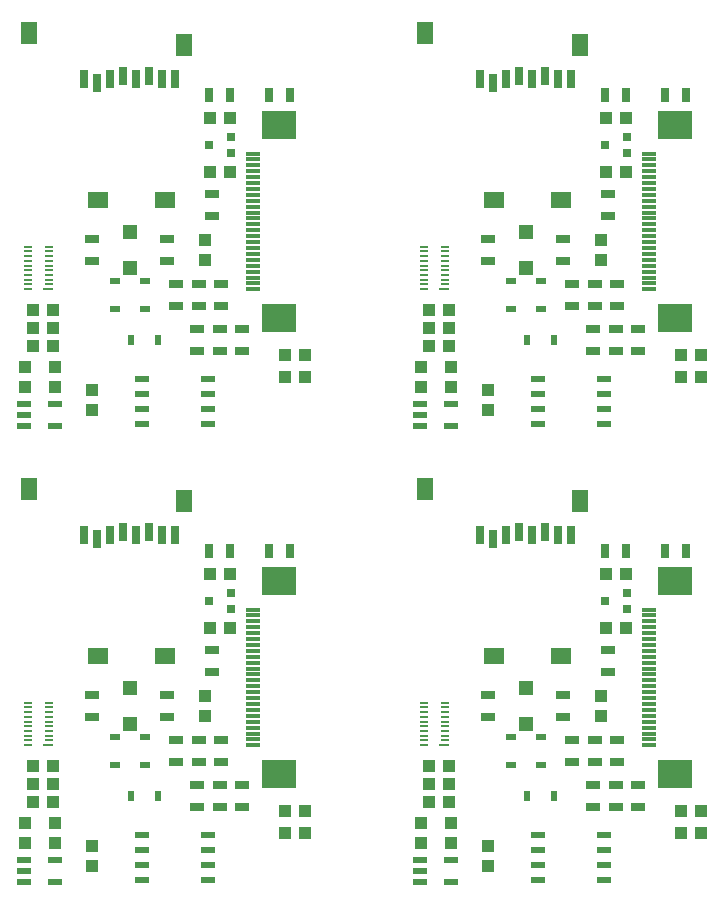
<source format=gtp>
G75*
%MOIN*%
%OFA0B0*%
%FSLAX25Y25*%
%IPPOS*%
%LPD*%
%AMOC8*
5,1,8,0,0,1.08239X$1,22.5*
%
%ADD10R,0.04331X0.03937*%
%ADD11R,0.04724X0.03150*%
%ADD12R,0.03937X0.04331*%
%ADD13R,0.03150X0.04724*%
%ADD14R,0.03268X0.02480*%
%ADD15R,0.02480X0.03268*%
%ADD16R,0.05118X0.05118*%
%ADD17R,0.02756X0.02756*%
%ADD18R,0.04921X0.01181*%
%ADD19R,0.11811X0.09449*%
%ADD20R,0.04724X0.02165*%
%ADD21R,0.07087X0.05512*%
%ADD22R,0.05512X0.07480*%
%ADD23R,0.03150X0.05906*%
%ADD24R,0.04724X0.02362*%
%ADD25R,0.03150X0.00787*%
%ADD26R,0.03543X0.00787*%
D10*
X0065995Y0061750D03*
X0065995Y0067750D03*
X0065995Y0073750D03*
X0072688Y0073750D03*
X0072688Y0067750D03*
X0072688Y0061750D03*
X0124995Y0119750D03*
X0131688Y0119750D03*
X0131688Y0137750D03*
X0124995Y0137750D03*
X0149995Y0203250D03*
X0156688Y0203250D03*
X0156688Y0210750D03*
X0149995Y0210750D03*
X0197995Y0213750D03*
X0197995Y0219750D03*
X0197995Y0225750D03*
X0204688Y0225750D03*
X0204688Y0219750D03*
X0204688Y0213750D03*
X0256995Y0271750D03*
X0263688Y0271750D03*
X0263688Y0289750D03*
X0256995Y0289750D03*
X0281995Y0210750D03*
X0288688Y0210750D03*
X0288688Y0203250D03*
X0281995Y0203250D03*
X0263688Y0137750D03*
X0256995Y0137750D03*
X0256995Y0119750D03*
X0263688Y0119750D03*
X0281995Y0058750D03*
X0288688Y0058750D03*
X0288688Y0051250D03*
X0281995Y0051250D03*
X0204688Y0061750D03*
X0204688Y0067750D03*
X0204688Y0073750D03*
X0197995Y0073750D03*
X0197995Y0067750D03*
X0197995Y0061750D03*
X0156688Y0058750D03*
X0149995Y0058750D03*
X0149995Y0051250D03*
X0156688Y0051250D03*
X0072688Y0213750D03*
X0072688Y0219750D03*
X0072688Y0225750D03*
X0065995Y0225750D03*
X0065995Y0219750D03*
X0065995Y0213750D03*
X0124995Y0271750D03*
X0131688Y0271750D03*
X0131688Y0289750D03*
X0124995Y0289750D03*
D11*
X0125842Y0264293D03*
X0125842Y0257207D03*
X0110842Y0249293D03*
X0110842Y0242207D03*
X0113842Y0234293D03*
X0113842Y0227207D03*
X0121342Y0227207D03*
X0121342Y0234293D03*
X0128842Y0234293D03*
X0128842Y0227207D03*
X0128342Y0219293D03*
X0128342Y0212207D03*
X0135842Y0212207D03*
X0135842Y0219293D03*
X0120842Y0219293D03*
X0120842Y0212207D03*
X0085842Y0242207D03*
X0085842Y0249293D03*
X0217842Y0249293D03*
X0217842Y0242207D03*
X0242842Y0242207D03*
X0242842Y0249293D03*
X0245842Y0234293D03*
X0245842Y0227207D03*
X0253342Y0227207D03*
X0253342Y0234293D03*
X0260842Y0234293D03*
X0260842Y0227207D03*
X0260342Y0219293D03*
X0260342Y0212207D03*
X0267842Y0212207D03*
X0267842Y0219293D03*
X0252842Y0219293D03*
X0252842Y0212207D03*
X0257842Y0257207D03*
X0257842Y0264293D03*
X0257842Y0112293D03*
X0257842Y0105207D03*
X0242842Y0097293D03*
X0242842Y0090207D03*
X0245842Y0082293D03*
X0245842Y0075207D03*
X0253342Y0075207D03*
X0253342Y0082293D03*
X0260842Y0082293D03*
X0260842Y0075207D03*
X0260342Y0067293D03*
X0260342Y0060207D03*
X0267842Y0060207D03*
X0267842Y0067293D03*
X0252842Y0067293D03*
X0252842Y0060207D03*
X0217842Y0090207D03*
X0217842Y0097293D03*
X0135842Y0067293D03*
X0135842Y0060207D03*
X0128342Y0060207D03*
X0128342Y0067293D03*
X0120842Y0067293D03*
X0120842Y0060207D03*
X0121342Y0075207D03*
X0121342Y0082293D03*
X0128842Y0082293D03*
X0128842Y0075207D03*
X0113842Y0075207D03*
X0113842Y0082293D03*
X0110842Y0090207D03*
X0110842Y0097293D03*
X0125842Y0105207D03*
X0125842Y0112293D03*
X0085842Y0097293D03*
X0085842Y0090207D03*
D12*
X0123342Y0090404D03*
X0123342Y0097096D03*
X0073342Y0054596D03*
X0073342Y0047904D03*
X0063342Y0047904D03*
X0063342Y0054596D03*
X0085842Y0047096D03*
X0085842Y0040404D03*
X0195342Y0047904D03*
X0195342Y0054596D03*
X0205342Y0054596D03*
X0205342Y0047904D03*
X0217842Y0047096D03*
X0217842Y0040404D03*
X0255342Y0090404D03*
X0255342Y0097096D03*
X0217842Y0192404D03*
X0217842Y0199096D03*
X0205342Y0199904D03*
X0205342Y0206596D03*
X0195342Y0206596D03*
X0195342Y0199904D03*
X0255342Y0242404D03*
X0255342Y0249096D03*
X0123342Y0249096D03*
X0123342Y0242404D03*
X0085842Y0199096D03*
X0085842Y0192404D03*
X0073342Y0199904D03*
X0073342Y0206596D03*
X0063342Y0206596D03*
X0063342Y0199904D03*
D13*
X0124798Y0145250D03*
X0131885Y0145250D03*
X0144798Y0145250D03*
X0151885Y0145250D03*
X0256798Y0145250D03*
X0263885Y0145250D03*
X0276798Y0145250D03*
X0283885Y0145250D03*
X0283885Y0297250D03*
X0276798Y0297250D03*
X0263885Y0297250D03*
X0256798Y0297250D03*
X0151885Y0297250D03*
X0144798Y0297250D03*
X0131885Y0297250D03*
X0124798Y0297250D03*
D14*
X0103342Y0235278D03*
X0103342Y0226222D03*
X0093342Y0226222D03*
X0093342Y0235278D03*
X0225342Y0235278D03*
X0225342Y0226222D03*
X0235342Y0226222D03*
X0235342Y0235278D03*
X0235342Y0083278D03*
X0235342Y0074222D03*
X0225342Y0074222D03*
X0225342Y0083278D03*
X0103342Y0083278D03*
X0103342Y0074222D03*
X0093342Y0074222D03*
X0093342Y0083278D03*
D15*
X0098814Y0063750D03*
X0107869Y0063750D03*
X0230814Y0063750D03*
X0239869Y0063750D03*
X0239869Y0215750D03*
X0230814Y0215750D03*
X0107869Y0215750D03*
X0098814Y0215750D03*
D16*
X0098342Y0239844D03*
X0098342Y0251656D03*
X0230342Y0251656D03*
X0230342Y0239844D03*
X0230342Y0099656D03*
X0230342Y0087844D03*
X0098342Y0087844D03*
X0098342Y0099656D03*
D17*
X0124700Y0128750D03*
X0131984Y0126191D03*
X0131984Y0131309D03*
X0256700Y0128750D03*
X0263984Y0126191D03*
X0263984Y0131309D03*
X0263984Y0278191D03*
X0263984Y0283309D03*
X0256700Y0280750D03*
X0131984Y0278191D03*
X0131984Y0283309D03*
X0124700Y0280750D03*
D18*
X0139582Y0277888D03*
X0139582Y0275919D03*
X0139582Y0273951D03*
X0139582Y0271982D03*
X0139582Y0270014D03*
X0139582Y0268045D03*
X0139582Y0266077D03*
X0139582Y0264108D03*
X0139582Y0262140D03*
X0139582Y0260171D03*
X0139582Y0258203D03*
X0139582Y0256234D03*
X0139582Y0254266D03*
X0139582Y0252297D03*
X0139582Y0250329D03*
X0139582Y0248360D03*
X0139582Y0246392D03*
X0139582Y0244423D03*
X0139582Y0242455D03*
X0139582Y0240486D03*
X0139582Y0238518D03*
X0139582Y0236549D03*
X0139582Y0234581D03*
X0139582Y0232612D03*
X0139582Y0125888D03*
X0139582Y0123919D03*
X0139582Y0121951D03*
X0139582Y0119982D03*
X0139582Y0118014D03*
X0139582Y0116045D03*
X0139582Y0114077D03*
X0139582Y0112108D03*
X0139582Y0110140D03*
X0139582Y0108171D03*
X0139582Y0106203D03*
X0139582Y0104234D03*
X0139582Y0102266D03*
X0139582Y0100297D03*
X0139582Y0098329D03*
X0139582Y0096360D03*
X0139582Y0094392D03*
X0139582Y0092423D03*
X0139582Y0090455D03*
X0139582Y0088486D03*
X0139582Y0086518D03*
X0139582Y0084549D03*
X0139582Y0082581D03*
X0139582Y0080612D03*
X0271582Y0080612D03*
X0271582Y0082581D03*
X0271582Y0084549D03*
X0271582Y0086518D03*
X0271582Y0088486D03*
X0271582Y0090455D03*
X0271582Y0092423D03*
X0271582Y0094392D03*
X0271582Y0096360D03*
X0271582Y0098329D03*
X0271582Y0100297D03*
X0271582Y0102266D03*
X0271582Y0104234D03*
X0271582Y0106203D03*
X0271582Y0108171D03*
X0271582Y0110140D03*
X0271582Y0112108D03*
X0271582Y0114077D03*
X0271582Y0116045D03*
X0271582Y0118014D03*
X0271582Y0119982D03*
X0271582Y0121951D03*
X0271582Y0123919D03*
X0271582Y0125888D03*
X0271582Y0232612D03*
X0271582Y0234581D03*
X0271582Y0236549D03*
X0271582Y0238518D03*
X0271582Y0240486D03*
X0271582Y0242455D03*
X0271582Y0244423D03*
X0271582Y0246392D03*
X0271582Y0248360D03*
X0271582Y0250329D03*
X0271582Y0252297D03*
X0271582Y0254266D03*
X0271582Y0256234D03*
X0271582Y0258203D03*
X0271582Y0260171D03*
X0271582Y0262140D03*
X0271582Y0264108D03*
X0271582Y0266077D03*
X0271582Y0268045D03*
X0271582Y0270014D03*
X0271582Y0271982D03*
X0271582Y0273951D03*
X0271582Y0275919D03*
X0271582Y0277888D03*
D19*
X0279948Y0287533D03*
X0279948Y0222967D03*
X0279948Y0135533D03*
X0279948Y0070967D03*
X0147948Y0070967D03*
X0147948Y0135533D03*
X0147948Y0222967D03*
X0147948Y0287533D03*
D20*
X0063223Y0035010D03*
X0063223Y0038750D03*
X0063223Y0042490D03*
X0073460Y0042490D03*
X0073460Y0035010D03*
X0195223Y0035010D03*
X0195223Y0038750D03*
X0195223Y0042490D03*
X0205460Y0042490D03*
X0205460Y0035010D03*
X0205460Y0187010D03*
X0205460Y0194490D03*
X0195223Y0194490D03*
X0195223Y0190750D03*
X0195223Y0187010D03*
X0073460Y0187010D03*
X0073460Y0194490D03*
X0063223Y0194490D03*
X0063223Y0190750D03*
X0063223Y0187010D03*
D21*
X0087830Y0262325D03*
X0110271Y0262325D03*
X0219830Y0262325D03*
X0242271Y0262325D03*
X0242271Y0110325D03*
X0219830Y0110325D03*
X0110271Y0110325D03*
X0087830Y0110325D03*
D22*
X0116570Y0162096D03*
X0064798Y0166033D03*
X0196798Y0166033D03*
X0248570Y0162096D03*
X0248570Y0314096D03*
X0196798Y0318033D03*
X0116570Y0314096D03*
X0064798Y0318033D03*
D23*
X0083145Y0302876D03*
X0087476Y0301301D03*
X0091806Y0302876D03*
X0096137Y0303663D03*
X0100468Y0302876D03*
X0104798Y0303663D03*
X0109129Y0302876D03*
X0113460Y0302876D03*
X0215145Y0302876D03*
X0219476Y0301301D03*
X0223806Y0302876D03*
X0228137Y0303663D03*
X0232468Y0302876D03*
X0236798Y0303663D03*
X0241129Y0302876D03*
X0245460Y0302876D03*
X0236798Y0151663D03*
X0232468Y0150876D03*
X0228137Y0151663D03*
X0223806Y0150876D03*
X0219476Y0149301D03*
X0215145Y0150876D03*
X0241129Y0150876D03*
X0245460Y0150876D03*
X0113460Y0150876D03*
X0109129Y0150876D03*
X0104798Y0151663D03*
X0100468Y0150876D03*
X0096137Y0151663D03*
X0091806Y0150876D03*
X0087476Y0149301D03*
X0083145Y0150876D03*
D24*
X0102318Y0187750D03*
X0102318Y0192750D03*
X0102318Y0197750D03*
X0102318Y0202750D03*
X0124365Y0202750D03*
X0124365Y0197750D03*
X0124365Y0192750D03*
X0124365Y0187750D03*
X0234318Y0187750D03*
X0234318Y0192750D03*
X0234318Y0197750D03*
X0234318Y0202750D03*
X0256365Y0202750D03*
X0256365Y0197750D03*
X0256365Y0192750D03*
X0256365Y0187750D03*
X0256365Y0050750D03*
X0256365Y0045750D03*
X0256365Y0040750D03*
X0256365Y0035750D03*
X0234318Y0035750D03*
X0234318Y0040750D03*
X0234318Y0045750D03*
X0234318Y0050750D03*
X0124365Y0050750D03*
X0124365Y0045750D03*
X0124365Y0040750D03*
X0124365Y0035750D03*
X0102318Y0035750D03*
X0102318Y0040750D03*
X0102318Y0045750D03*
X0102318Y0050750D03*
D25*
X0071385Y0082238D03*
X0071385Y0083813D03*
X0071385Y0085388D03*
X0071385Y0086963D03*
X0071385Y0088537D03*
X0071385Y0090112D03*
X0071385Y0091687D03*
X0071385Y0093262D03*
X0071385Y0094837D03*
X0064298Y0094837D03*
X0064298Y0093262D03*
X0064298Y0091687D03*
X0064298Y0090112D03*
X0064298Y0088537D03*
X0064298Y0086963D03*
X0064298Y0085388D03*
X0064298Y0083813D03*
X0064298Y0082238D03*
X0064298Y0080663D03*
X0196298Y0080663D03*
X0196298Y0082238D03*
X0196298Y0083813D03*
X0196298Y0085388D03*
X0196298Y0086963D03*
X0196298Y0088537D03*
X0196298Y0090112D03*
X0196298Y0091687D03*
X0196298Y0093262D03*
X0196298Y0094837D03*
X0203385Y0094837D03*
X0203385Y0093262D03*
X0203385Y0091687D03*
X0203385Y0090112D03*
X0203385Y0088537D03*
X0203385Y0086963D03*
X0203385Y0085388D03*
X0203385Y0083813D03*
X0203385Y0082238D03*
X0196298Y0232663D03*
X0196298Y0234238D03*
X0196298Y0235813D03*
X0196298Y0237388D03*
X0196298Y0238963D03*
X0196298Y0240537D03*
X0196298Y0242112D03*
X0196298Y0243687D03*
X0196298Y0245262D03*
X0196298Y0246837D03*
X0203385Y0246837D03*
X0203385Y0245262D03*
X0203385Y0243687D03*
X0203385Y0242112D03*
X0203385Y0240537D03*
X0203385Y0238963D03*
X0203385Y0237388D03*
X0203385Y0235813D03*
X0203385Y0234238D03*
X0071385Y0234238D03*
X0071385Y0235813D03*
X0071385Y0237388D03*
X0071385Y0238963D03*
X0071385Y0240537D03*
X0071385Y0242112D03*
X0071385Y0243687D03*
X0071385Y0245262D03*
X0071385Y0246837D03*
X0064298Y0246837D03*
X0064298Y0245262D03*
X0064298Y0243687D03*
X0064298Y0242112D03*
X0064298Y0240537D03*
X0064298Y0238963D03*
X0064298Y0237388D03*
X0064298Y0235813D03*
X0064298Y0234238D03*
X0064298Y0232663D03*
D26*
X0071188Y0232663D03*
X0203188Y0232663D03*
X0203188Y0080663D03*
X0071188Y0080663D03*
M02*

</source>
